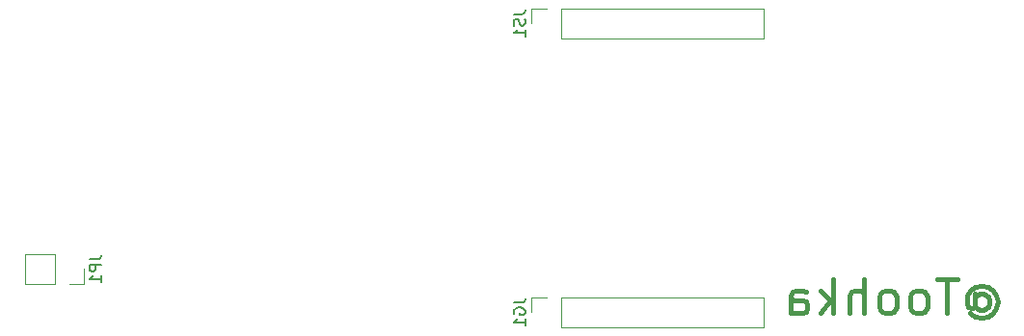
<source format=gbo>
%TF.GenerationSoftware,KiCad,Pcbnew,(6.0.2)*%
%TF.CreationDate,2022-05-27T21:50:11+02:00*%
%TF.ProjectId,divergence_meter_top,64697665-7267-4656-9e63-655f6d657465,rev?*%
%TF.SameCoordinates,Original*%
%TF.FileFunction,Legend,Bot*%
%TF.FilePolarity,Positive*%
%FSLAX46Y46*%
G04 Gerber Fmt 4.6, Leading zero omitted, Abs format (unit mm)*
G04 Created by KiCad (PCBNEW (6.0.2)) date 2022-05-27 21:50:11*
%MOMM*%
%LPD*%
G01*
G04 APERTURE LIST*
%ADD10C,0.450000*%
%ADD11C,0.150000*%
%ADD12C,0.120000*%
%ADD13C,1.524000*%
%ADD14R,1.700000X1.700000*%
%ADD15O,1.700000X1.700000*%
G04 APERTURE END LIST*
D10*
X179862857Y-119308571D02*
X180005714Y-119165714D01*
X180291428Y-119022857D01*
X180577142Y-119022857D01*
X180862857Y-119165714D01*
X181005714Y-119308571D01*
X181148571Y-119594285D01*
X181148571Y-119880000D01*
X181005714Y-120165714D01*
X180862857Y-120308571D01*
X180577142Y-120451428D01*
X180291428Y-120451428D01*
X180005714Y-120308571D01*
X179862857Y-120165714D01*
X179862857Y-119022857D02*
X179862857Y-120165714D01*
X179720000Y-120308571D01*
X179577142Y-120308571D01*
X179291428Y-120165714D01*
X179148571Y-119880000D01*
X179148571Y-119165714D01*
X179434285Y-118737142D01*
X179862857Y-118451428D01*
X180434285Y-118308571D01*
X181005714Y-118451428D01*
X181434285Y-118737142D01*
X181720000Y-119165714D01*
X181862857Y-119737142D01*
X181720000Y-120308571D01*
X181434285Y-120737142D01*
X181005714Y-121022857D01*
X180434285Y-121165714D01*
X179862857Y-121022857D01*
X179434285Y-120737142D01*
X178291428Y-117737142D02*
X176577142Y-117737142D01*
X177434285Y-120737142D02*
X177434285Y-117737142D01*
X175148571Y-120737142D02*
X175434285Y-120594285D01*
X175577142Y-120451428D01*
X175720000Y-120165714D01*
X175720000Y-119308571D01*
X175577142Y-119022857D01*
X175434285Y-118880000D01*
X175148571Y-118737142D01*
X174720000Y-118737142D01*
X174434285Y-118880000D01*
X174291428Y-119022857D01*
X174148571Y-119308571D01*
X174148571Y-120165714D01*
X174291428Y-120451428D01*
X174434285Y-120594285D01*
X174720000Y-120737142D01*
X175148571Y-120737142D01*
X172434285Y-120737142D02*
X172720000Y-120594285D01*
X172862857Y-120451428D01*
X173005714Y-120165714D01*
X173005714Y-119308571D01*
X172862857Y-119022857D01*
X172720000Y-118880000D01*
X172434285Y-118737142D01*
X172005714Y-118737142D01*
X171720000Y-118880000D01*
X171577142Y-119022857D01*
X171434285Y-119308571D01*
X171434285Y-120165714D01*
X171577142Y-120451428D01*
X171720000Y-120594285D01*
X172005714Y-120737142D01*
X172434285Y-120737142D01*
X170148571Y-120737142D02*
X170148571Y-117737142D01*
X168862857Y-120737142D02*
X168862857Y-119165714D01*
X169005714Y-118880000D01*
X169291428Y-118737142D01*
X169720000Y-118737142D01*
X170005714Y-118880000D01*
X170148571Y-119022857D01*
X167434285Y-120737142D02*
X167434285Y-117737142D01*
X167148571Y-119594285D02*
X166291428Y-120737142D01*
X166291428Y-118737142D02*
X167434285Y-119880000D01*
X163720000Y-120737142D02*
X163720000Y-119165714D01*
X163862857Y-118880000D01*
X164148571Y-118737142D01*
X164720000Y-118737142D01*
X165005714Y-118880000D01*
X163720000Y-120594285D02*
X164005714Y-120737142D01*
X164720000Y-120737142D01*
X165005714Y-120594285D01*
X165148571Y-120308571D01*
X165148571Y-120022857D01*
X165005714Y-119737142D01*
X164720000Y-119594285D01*
X164005714Y-119594285D01*
X163720000Y-119451428D01*
D11*
%TO.C,JP1*%
X102112380Y-116006666D02*
X102826666Y-116006666D01*
X102969523Y-115959047D01*
X103064761Y-115863809D01*
X103112380Y-115720952D01*
X103112380Y-115625714D01*
X103112380Y-116482857D02*
X102112380Y-116482857D01*
X102112380Y-116863809D01*
X102160000Y-116959047D01*
X102207619Y-117006666D01*
X102302857Y-117054285D01*
X102445714Y-117054285D01*
X102540952Y-117006666D01*
X102588571Y-116959047D01*
X102636190Y-116863809D01*
X102636190Y-116482857D01*
X103112380Y-118006666D02*
X103112380Y-117435238D01*
X103112380Y-117720952D02*
X102112380Y-117720952D01*
X102255238Y-117625714D01*
X102350476Y-117530476D01*
X102398095Y-117435238D01*
%TO.C,JG1*%
X139362380Y-119816666D02*
X140076666Y-119816666D01*
X140219523Y-119769047D01*
X140314761Y-119673809D01*
X140362380Y-119530952D01*
X140362380Y-119435714D01*
X139410000Y-120816666D02*
X139362380Y-120721428D01*
X139362380Y-120578571D01*
X139410000Y-120435714D01*
X139505238Y-120340476D01*
X139600476Y-120292857D01*
X139790952Y-120245238D01*
X139933809Y-120245238D01*
X140124285Y-120292857D01*
X140219523Y-120340476D01*
X140314761Y-120435714D01*
X140362380Y-120578571D01*
X140362380Y-120673809D01*
X140314761Y-120816666D01*
X140267142Y-120864285D01*
X139933809Y-120864285D01*
X139933809Y-120673809D01*
X140362380Y-121816666D02*
X140362380Y-121245238D01*
X140362380Y-121530952D02*
X139362380Y-121530952D01*
X139505238Y-121435714D01*
X139600476Y-121340476D01*
X139648095Y-121245238D01*
%TO.C,JS1*%
X139362380Y-94440476D02*
X140076666Y-94440476D01*
X140219523Y-94392857D01*
X140314761Y-94297619D01*
X140362380Y-94154761D01*
X140362380Y-94059523D01*
X140314761Y-94869047D02*
X140362380Y-95011904D01*
X140362380Y-95250000D01*
X140314761Y-95345238D01*
X140267142Y-95392857D01*
X140171904Y-95440476D01*
X140076666Y-95440476D01*
X139981428Y-95392857D01*
X139933809Y-95345238D01*
X139886190Y-95250000D01*
X139838571Y-95059523D01*
X139790952Y-94964285D01*
X139743333Y-94916666D01*
X139648095Y-94869047D01*
X139552857Y-94869047D01*
X139457619Y-94916666D01*
X139410000Y-94964285D01*
X139362380Y-95059523D01*
X139362380Y-95297619D01*
X139410000Y-95440476D01*
X140362380Y-96392857D02*
X140362380Y-95821428D01*
X140362380Y-96107142D02*
X139362380Y-96107142D01*
X139505238Y-96011904D01*
X139600476Y-95916666D01*
X139648095Y-95821428D01*
D12*
%TO.C,JP1*%
X101660000Y-118170000D02*
X101660000Y-116840000D01*
X99060000Y-115510000D02*
X96460000Y-115510000D01*
X99060000Y-118170000D02*
X96460000Y-118170000D01*
X99060000Y-118170000D02*
X99060000Y-115510000D01*
X96460000Y-118170000D02*
X96460000Y-115510000D01*
X100330000Y-118170000D02*
X101660000Y-118170000D01*
%TO.C,JG1*%
X161350000Y-119320000D02*
X161350000Y-121980000D01*
X140910000Y-119320000D02*
X140910000Y-120650000D01*
X143510000Y-119320000D02*
X143510000Y-121980000D01*
X143510000Y-121980000D02*
X161350000Y-121980000D01*
X143510000Y-119320000D02*
X161350000Y-119320000D01*
X142240000Y-119320000D02*
X140910000Y-119320000D01*
%TO.C,JS1*%
X143510000Y-93920000D02*
X143510000Y-96580000D01*
X143510000Y-96580000D02*
X161350000Y-96580000D01*
X143510000Y-93920000D02*
X161350000Y-93920000D01*
X161350000Y-93920000D02*
X161350000Y-96580000D01*
X140910000Y-93920000D02*
X140910000Y-95250000D01*
X142240000Y-93920000D02*
X140910000Y-93920000D01*
%TD*%
%LPC*%
D13*
%TO.C,itr7*%
X188976000Y-105918000D03*
X187452000Y-104394000D03*
X185420000Y-103886000D03*
X183388000Y-104394000D03*
X181864000Y-105918000D03*
X181356000Y-107950000D03*
X181864000Y-109982000D03*
X183388000Y-111506000D03*
X185420000Y-112014000D03*
X187452000Y-111506000D03*
X188976000Y-109982000D03*
%TD*%
%TO.C,itr6*%
X175006000Y-105918000D03*
X173482000Y-104394000D03*
X171450000Y-103886000D03*
X169418000Y-104394000D03*
X167894000Y-105918000D03*
X167386000Y-107950000D03*
X167894000Y-109982000D03*
X169418000Y-111506000D03*
X171450000Y-112014000D03*
X173482000Y-111506000D03*
X175006000Y-109982000D03*
%TD*%
%TO.C,itr2*%
X119126000Y-105918000D03*
X117602000Y-104394000D03*
X115570000Y-103886000D03*
X113538000Y-104394000D03*
X112014000Y-105918000D03*
X111506000Y-107950000D03*
X112014000Y-109982000D03*
X113538000Y-111506000D03*
X115570000Y-112014000D03*
X117602000Y-111506000D03*
X119126000Y-109982000D03*
%TD*%
%TO.C,itr3*%
X132842000Y-105918000D03*
X131318000Y-104394000D03*
X129286000Y-103886000D03*
X127254000Y-104394000D03*
X125730000Y-105918000D03*
X125222000Y-107950000D03*
X125730000Y-109982000D03*
X127254000Y-111506000D03*
X129286000Y-112014000D03*
X131318000Y-111506000D03*
X132842000Y-109982000D03*
%TD*%
%TO.C,itr8*%
X202946000Y-105918000D03*
X201422000Y-104394000D03*
X199390000Y-103886000D03*
X197358000Y-104394000D03*
X195834000Y-105918000D03*
X195326000Y-107950000D03*
X195834000Y-109982000D03*
X197358000Y-111506000D03*
X199390000Y-112014000D03*
X201422000Y-111506000D03*
X202946000Y-109982000D03*
%TD*%
%TO.C,itr4*%
X147066000Y-105918000D03*
X145542000Y-104394000D03*
X143510000Y-103886000D03*
X141478000Y-104394000D03*
X139954000Y-105918000D03*
X139446000Y-107950000D03*
X139954000Y-109982000D03*
X141478000Y-111506000D03*
X143510000Y-112014000D03*
X145542000Y-111506000D03*
X147066000Y-109982000D03*
%TD*%
%TO.C,itr1*%
X105156000Y-105918000D03*
X103632000Y-104394000D03*
X101600000Y-103886000D03*
X99568000Y-104394000D03*
X98044000Y-105918000D03*
X97536000Y-107950000D03*
X98044000Y-109982000D03*
X99568000Y-111506000D03*
X101600000Y-112014000D03*
X103632000Y-111506000D03*
X105156000Y-109982000D03*
%TD*%
%TO.C,itr5*%
X161036000Y-105918000D03*
X159512000Y-104394000D03*
X157480000Y-103886000D03*
X155448000Y-104394000D03*
X153924000Y-105918000D03*
X153416000Y-107950000D03*
X153924000Y-109982000D03*
X155448000Y-111506000D03*
X157480000Y-112014000D03*
X159512000Y-111506000D03*
X161036000Y-109982000D03*
%TD*%
D14*
%TO.C,JP1*%
X100330000Y-116840000D03*
D15*
X97790000Y-116840000D03*
%TD*%
D14*
%TO.C,JG1*%
X142240000Y-120650000D03*
D15*
X144780000Y-120650000D03*
X147320000Y-120650000D03*
X149860000Y-120650000D03*
X152400000Y-120650000D03*
X154940000Y-120650000D03*
X157480000Y-120650000D03*
X160020000Y-120650000D03*
%TD*%
D14*
%TO.C,JS1*%
X142240000Y-95250000D03*
D15*
X144780000Y-95250000D03*
X147320000Y-95250000D03*
X149860000Y-95250000D03*
X152400000Y-95250000D03*
X154940000Y-95250000D03*
X157480000Y-95250000D03*
X160020000Y-95250000D03*
%TD*%
M02*

</source>
